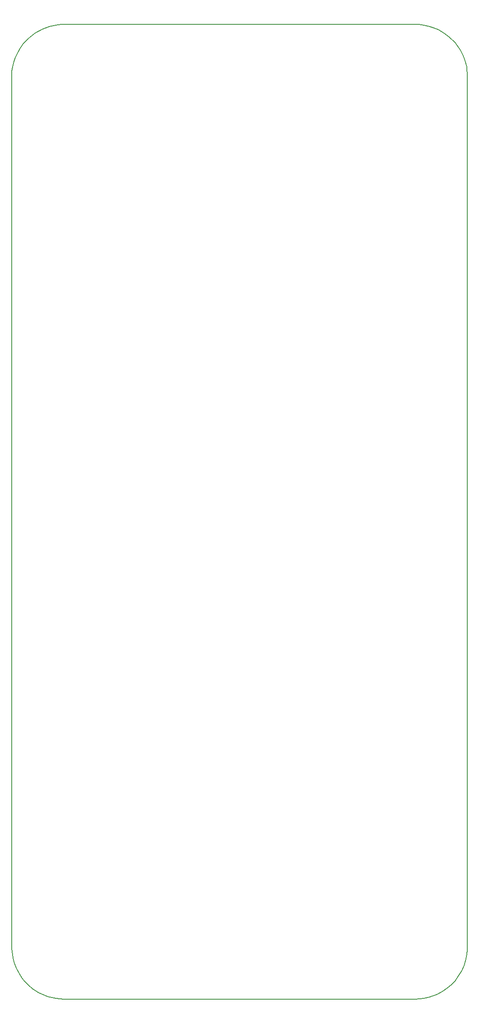
<source format=gm1>
G04 #@! TF.FileFunction,Profile,NP*
%FSLAX46Y46*%
G04 Gerber Fmt 4.6, Leading zero omitted, Abs format (unit mm)*
G04 Created by KiCad (PCBNEW 4.0.3-stable) date Thursday, August 18, 2016 'PMt' 02:05:46 PM*
%MOMM*%
%LPD*%
G01*
G04 APERTURE LIST*
%ADD10C,0.100000*%
%ADD11C,0.150000*%
G04 APERTURE END LIST*
D10*
D11*
X127254000Y-243713000D02*
X127254000Y-243078000D01*
X127127000Y-244475000D02*
X127254000Y-243713000D01*
X127000000Y-245364000D02*
X127127000Y-244475000D01*
X126619000Y-246634000D02*
X127000000Y-245364000D01*
X126111000Y-247777000D02*
X126619000Y-246634000D01*
X125476000Y-248793000D02*
X126111000Y-247777000D01*
X124841000Y-249682000D02*
X125476000Y-248793000D01*
X124079000Y-250444000D02*
X124841000Y-249682000D01*
X123317000Y-251079000D02*
X124079000Y-250444000D01*
X122428000Y-251714000D02*
X123317000Y-251079000D01*
X121285000Y-252349000D02*
X122428000Y-251714000D01*
X119888000Y-252857000D02*
X121285000Y-252349000D01*
X118745000Y-253111000D02*
X119888000Y-252857000D01*
X117094000Y-253238000D02*
X118745000Y-253111000D01*
X38608000Y-245237000D02*
X38354000Y-243332000D01*
X38354000Y-243332000D02*
X38354000Y-243078000D01*
X38862000Y-246253000D02*
X38608000Y-245237000D01*
X39243000Y-247269000D02*
X38862000Y-246253000D01*
X39751000Y-248158000D02*
X39243000Y-247269000D01*
X40386000Y-249174000D02*
X39751000Y-248158000D01*
X40894000Y-249809000D02*
X40386000Y-249174000D01*
X41529000Y-250444000D02*
X40894000Y-249809000D01*
X42418000Y-251206000D02*
X41529000Y-250444000D01*
X43561000Y-251968000D02*
X42418000Y-251206000D01*
X45339000Y-252730000D02*
X43561000Y-251968000D01*
X46990000Y-253111000D02*
X45339000Y-252730000D01*
X48514000Y-253238000D02*
X46990000Y-253111000D01*
X117729000Y-63373000D02*
X117094000Y-63373000D01*
X118745000Y-63500000D02*
X117729000Y-63373000D01*
X119888000Y-63754000D02*
X118745000Y-63500000D01*
X120650000Y-64008000D02*
X119888000Y-63754000D01*
X121539000Y-64389000D02*
X120650000Y-64008000D01*
X122682000Y-65024000D02*
X121539000Y-64389000D01*
X123698000Y-65786000D02*
X122682000Y-65024000D01*
X124841000Y-66929000D02*
X123698000Y-65786000D01*
X125857000Y-68326000D02*
X124841000Y-66929000D01*
X126365000Y-69342000D02*
X125857000Y-68326000D01*
X126746000Y-70231000D02*
X126365000Y-69342000D01*
X127127000Y-71628000D02*
X126746000Y-70231000D01*
X127254000Y-73533000D02*
X127127000Y-71628000D01*
X48006000Y-63373000D02*
X48514000Y-63373000D01*
X46863000Y-63500000D02*
X48006000Y-63373000D01*
X45720000Y-63754000D02*
X46863000Y-63500000D01*
X44323000Y-64262000D02*
X45720000Y-63754000D01*
X42926000Y-65024000D02*
X44323000Y-64262000D01*
X41656000Y-66040000D02*
X42926000Y-65024000D01*
X40640000Y-67056000D02*
X41656000Y-66040000D01*
X40005000Y-67945000D02*
X40640000Y-67056000D01*
X39497000Y-68834000D02*
X40005000Y-67945000D01*
X38989000Y-69850000D02*
X39497000Y-68834000D01*
X38735000Y-70612000D02*
X38989000Y-69850000D01*
X38481000Y-71628000D02*
X38735000Y-70612000D01*
X38354000Y-72517000D02*
X38481000Y-71628000D01*
X38354000Y-73533000D02*
X38354000Y-72517000D01*
X38354000Y-73533000D02*
X38354000Y-243078000D01*
X117094000Y-63373000D02*
X48514000Y-63373000D01*
X127254000Y-243078000D02*
X127254000Y-73533000D01*
X48514000Y-253238000D02*
X117094000Y-253238000D01*
M02*

</source>
